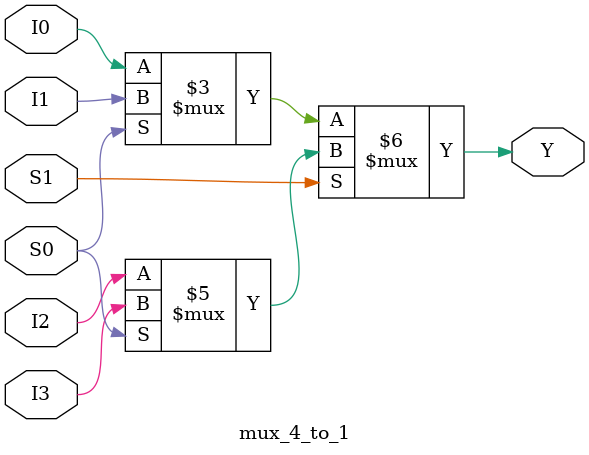
<source format=sv>

module mux_4_to_1(S1, S0, I3, I2, I1, I0, Y);
    input S1, S0, I3, I2, I1, I0;
    output Y;

    assign Y = ~S1 ? (~S0 ? I0 : I1) : (~S0 ? I2 : I3);
endmodule

</source>
